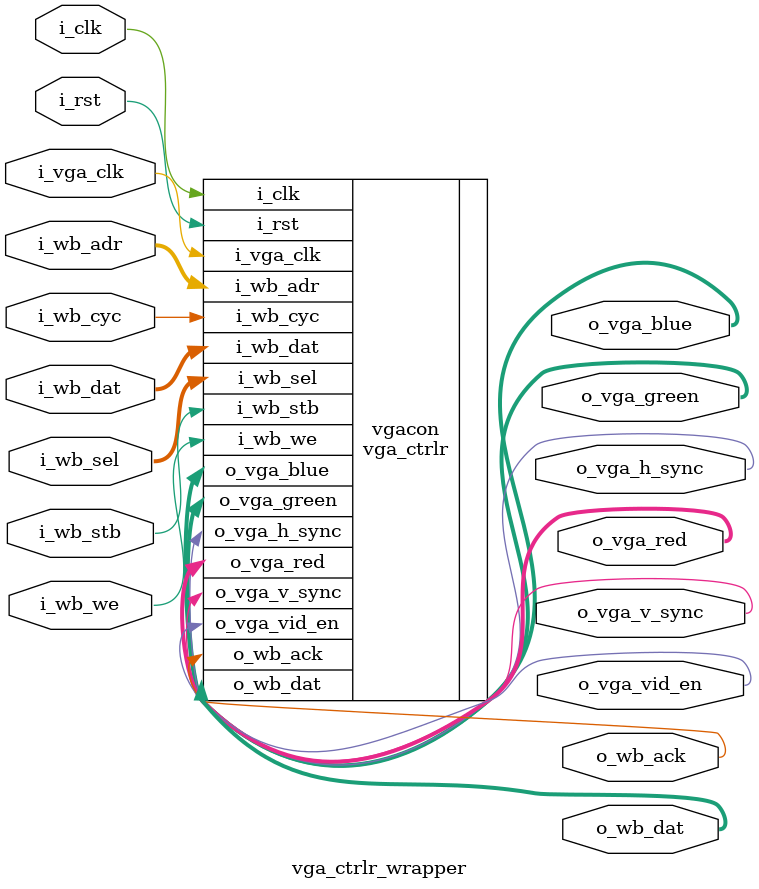
<source format=v>
/*
 * Authors: Ibrahim Binmahfood, Mohamed Gnedi
 * ECE540, Kravitz
 * Project 2, Part 1: VGA Controller - wrapper module
 * 11/17/2023
 *
 * Platform: RVfpga on Boolean Board
 * Description: Wraps the system verilog rtl module 'vga_ctrlr' into a verilog
 * module. Due to System Verilog not directly supported by Vivado for rtl modules
 * System Verilog.
 *
 */

module vga_ctrlr_wrapper
    (input wire i_clk,
     input wire i_rst,
     // Wishbone Interface
     input wire [5:0] i_wb_adr,         // only require 6 bits for addresses in mind
     input wire [31:0] i_wb_dat,        
     input wire [3:0] i_wb_sel,         // at most only need 4 select lines
     input wire i_wb_we,
     input wire i_wb_cyc,
     input wire i_wb_stb,
     output wire [31:0] o_wb_dat,       // 32 bit register peripheral
     output wire o_wb_ack,
     // VGA CLK signals
     input wire         i_vga_clk,       // pixel clock @25.20 MHz
     // VGA Vertical and Horizontal signals
     output wire        o_vga_v_sync,
     output wire        o_vga_h_sync,
     // VGA 4 bit output colors
     output wire [3:0]  o_vga_red,
     output wire [3:0]  o_vga_green,
     output wire [3:0]  o_vga_blue,
     output wire        o_vga_vid_en);  // enable video


    
    vga_ctrlr vgacon
       (.i_clk         (i_clk),
        .i_rst         (i_rst),
        .i_wb_adr      (i_wb_adr),
        .i_wb_dat      (i_wb_dat),
        .i_wb_sel      (i_wb_sel),
        .i_wb_we       (i_wb_we),
        .i_wb_cyc      (i_wb_cyc),
        .i_wb_stb      (i_wb_stb),
        .o_wb_dat      (o_wb_dat),
        .o_wb_ack      (o_wb_ack),
        .i_vga_clk     (i_vga_clk),
        .o_vga_v_sync  (o_vga_v_sync),
        .o_vga_h_sync  (o_vga_h_sync),
        .o_vga_red     (o_vga_red),
        .o_vga_green   (o_vga_green),
        .o_vga_blue    (o_vga_blue),
        .o_vga_vid_en  (o_vga_vid_en));

endmodule

</source>
